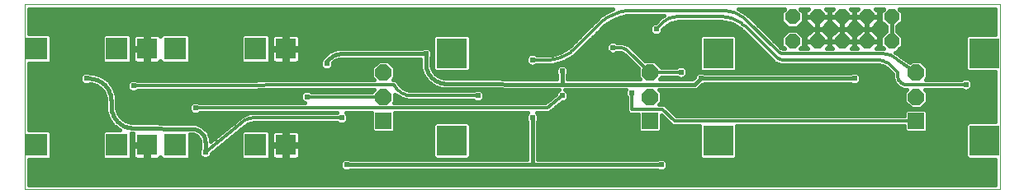
<source format=gbl>
G75*
%MOIN*%
%OFA0B0*%
%FSLAX24Y24*%
%IPPOS*%
%LPD*%
%AMOC8*
5,1,8,0,0,1.08239X$1,22.5*
%
%ADD10C,0.0000*%
%ADD11R,0.0660X0.0660*%
%ADD12OC8,0.0660*%
%ADD13R,0.1227X0.1227*%
%ADD14R,0.0915X0.0915*%
%ADD15R,0.0797X0.0797*%
%ADD16OC8,0.0600*%
%ADD17C,0.0160*%
%ADD18C,0.0240*%
%ADD19C,0.0120*%
D10*
X001160Y002930D02*
X001160Y010430D01*
X040530Y010430D01*
X040530Y002930D01*
X001160Y002930D01*
D11*
X015654Y005696D03*
X026404Y005696D03*
X037154Y005696D03*
D12*
X037154Y006680D03*
X037154Y007664D03*
X026404Y007664D03*
X026404Y006680D03*
X015654Y006680D03*
X015654Y007664D03*
D13*
X018410Y008452D03*
X029160Y008452D03*
X039910Y008452D03*
X039910Y004908D03*
X029160Y004908D03*
X018410Y004908D03*
D14*
X010491Y004730D03*
X007254Y004730D03*
X004891Y004730D03*
X001654Y004730D03*
X001654Y008630D03*
X004891Y008630D03*
X007254Y008630D03*
X010491Y008630D03*
D15*
X011711Y008630D03*
X006111Y008630D03*
X006111Y004730D03*
X011711Y004730D03*
D16*
X032160Y008930D03*
X033160Y008930D03*
X034160Y008930D03*
X035160Y008930D03*
X036160Y008930D03*
X036160Y009930D03*
X035160Y009930D03*
X034160Y009930D03*
X033160Y009930D03*
X032160Y009930D03*
D17*
X032462Y010250D02*
X032600Y010112D01*
X032600Y009748D01*
X032342Y009490D01*
X031978Y009490D01*
X031720Y009748D01*
X031720Y010112D01*
X031858Y010250D01*
X029976Y010250D01*
X030324Y010049D01*
X030324Y010049D01*
X030478Y009894D01*
X030478Y009894D01*
X030532Y009841D01*
X031579Y008794D01*
X031596Y008777D01*
X031638Y008735D01*
X031692Y008691D01*
X031822Y008637D01*
X031832Y008636D01*
X031720Y008748D01*
X031720Y009112D01*
X031978Y009370D01*
X032342Y009370D01*
X032600Y009112D01*
X032600Y008748D01*
X032482Y008630D01*
X032781Y008630D01*
X032680Y008731D01*
X032680Y008910D01*
X033140Y008910D01*
X033140Y008950D01*
X033140Y009410D01*
X032961Y009410D01*
X032680Y009129D01*
X032680Y008950D01*
X033140Y008950D01*
X033180Y008950D01*
X033180Y009410D01*
X033359Y009410D01*
X033640Y009129D01*
X033640Y008950D01*
X033180Y008950D01*
X033180Y008910D01*
X033640Y008910D01*
X033640Y008731D01*
X033539Y008630D01*
X033781Y008630D01*
X033680Y008731D01*
X033680Y008910D01*
X034140Y008910D01*
X034140Y008950D01*
X034140Y009410D01*
X033961Y009410D01*
X033680Y009129D01*
X033680Y008950D01*
X034140Y008950D01*
X034180Y008950D01*
X034180Y009410D01*
X034359Y009410D01*
X034640Y009129D01*
X034640Y008950D01*
X034180Y008950D01*
X034180Y008910D01*
X034640Y008910D01*
X034640Y008731D01*
X034539Y008630D01*
X034781Y008630D01*
X034680Y008731D01*
X034680Y008910D01*
X035140Y008910D01*
X035140Y008950D01*
X035140Y009410D01*
X034961Y009410D01*
X034680Y009129D01*
X034680Y008950D01*
X035140Y008950D01*
X035180Y008950D01*
X035180Y009410D01*
X035359Y009410D01*
X035640Y009129D01*
X035640Y008950D01*
X035180Y008950D01*
X035180Y008910D01*
X035640Y008910D01*
X035640Y008731D01*
X035539Y008630D01*
X035838Y008630D01*
X035720Y008748D01*
X035720Y009112D01*
X035940Y009332D01*
X035940Y009528D01*
X035720Y009748D01*
X035720Y010112D01*
X035858Y010250D01*
X035519Y010250D01*
X035640Y010129D01*
X035640Y009950D01*
X035180Y009950D01*
X035180Y009910D01*
X035640Y009910D01*
X035640Y009731D01*
X035359Y009450D01*
X035180Y009450D01*
X035180Y009910D01*
X035140Y009910D01*
X035140Y009450D01*
X034961Y009450D01*
X034680Y009731D01*
X034680Y009910D01*
X035140Y009910D01*
X035140Y009950D01*
X034680Y009950D01*
X034680Y010129D01*
X034801Y010250D01*
X034519Y010250D01*
X034640Y010129D01*
X034640Y009950D01*
X034180Y009950D01*
X034180Y009910D01*
X034640Y009910D01*
X034640Y009731D01*
X034359Y009450D01*
X034180Y009450D01*
X034180Y009910D01*
X034140Y009910D01*
X034140Y009450D01*
X033961Y009450D01*
X033680Y009731D01*
X033680Y009910D01*
X034140Y009910D01*
X034140Y009950D01*
X033680Y009950D01*
X033680Y010129D01*
X033801Y010250D01*
X033519Y010250D01*
X033640Y010129D01*
X033640Y009950D01*
X033180Y009950D01*
X033180Y009910D01*
X033640Y009910D01*
X033640Y009731D01*
X033359Y009450D01*
X033180Y009450D01*
X033180Y009910D01*
X033140Y009910D01*
X033140Y009450D01*
X032961Y009450D01*
X032680Y009731D01*
X032680Y009910D01*
X033140Y009910D01*
X033140Y009950D01*
X032680Y009950D01*
X032680Y010129D01*
X032801Y010250D01*
X032462Y010250D01*
X032491Y010221D02*
X032772Y010221D01*
X032680Y010063D02*
X032600Y010063D01*
X032600Y009904D02*
X032680Y009904D01*
X033140Y009904D02*
X033180Y009904D01*
X033640Y009904D02*
X033680Y009904D01*
X033680Y010063D02*
X033640Y010063D01*
X033548Y010221D02*
X033772Y010221D01*
X034140Y009904D02*
X034180Y009904D01*
X034640Y009904D02*
X034680Y009904D01*
X034680Y010063D02*
X034640Y010063D01*
X034548Y010221D02*
X034772Y010221D01*
X035140Y009904D02*
X035180Y009904D01*
X035640Y009904D02*
X035720Y009904D01*
X035720Y010063D02*
X035640Y010063D01*
X035548Y010221D02*
X035829Y010221D01*
X036160Y009930D02*
X036160Y008930D01*
X036600Y008953D02*
X039157Y008953D01*
X039157Y008795D02*
X036600Y008795D01*
X036600Y008748D02*
X036600Y009112D01*
X036380Y009332D01*
X036380Y009528D01*
X036600Y009748D01*
X036600Y010112D01*
X036462Y010250D01*
X040350Y010250D01*
X040350Y009205D01*
X039239Y009205D01*
X039157Y009123D01*
X039157Y007780D01*
X039239Y007698D01*
X040350Y007698D01*
X040350Y005662D01*
X039239Y005662D01*
X039157Y005580D01*
X039157Y004237D01*
X039239Y004155D01*
X040350Y004155D01*
X040350Y003110D01*
X001340Y003110D01*
X001340Y004132D01*
X002170Y004132D01*
X002252Y004214D01*
X002252Y005246D01*
X002170Y005328D01*
X001340Y005328D01*
X001340Y008032D01*
X002170Y008032D01*
X002252Y008114D01*
X002252Y009146D01*
X002170Y009228D01*
X001340Y009228D01*
X001340Y010250D01*
X024913Y010250D01*
X024884Y010242D01*
X024424Y009976D01*
X024424Y009976D01*
X024236Y009788D01*
X024236Y009788D01*
X024177Y009730D01*
X024177Y009730D01*
X023289Y008842D01*
X023232Y008785D01*
X023232Y008785D01*
X023096Y008665D01*
X022784Y008485D01*
X022435Y008392D01*
X022255Y008380D01*
X021828Y008380D01*
X021807Y008400D01*
X021712Y008440D01*
X021608Y008440D01*
X021513Y008400D01*
X021440Y008327D01*
X021400Y008232D01*
X021400Y008128D01*
X021440Y008033D01*
X021513Y007960D01*
X021608Y007920D01*
X021712Y007920D01*
X021807Y007960D01*
X021828Y007980D01*
X022490Y007980D01*
X022943Y008101D01*
X023349Y008336D01*
X023515Y008502D01*
X023572Y008559D01*
X024460Y009447D01*
X024518Y009506D01*
X024678Y009645D01*
X025044Y009857D01*
X025452Y009966D01*
X025664Y009980D01*
X026978Y009980D01*
X026857Y009910D01*
X026755Y009807D01*
X026696Y009749D01*
X026696Y009749D01*
X026637Y009690D01*
X026608Y009690D01*
X026513Y009650D01*
X026440Y009577D01*
X026400Y009482D01*
X026400Y009378D01*
X026440Y009283D01*
X026513Y009210D01*
X026608Y009170D01*
X026712Y009170D01*
X026807Y009210D01*
X026880Y009283D01*
X026920Y009378D01*
X026920Y009407D01*
X026979Y009466D01*
X027037Y009525D01*
X027106Y009585D01*
X027265Y009677D01*
X027442Y009724D01*
X027533Y009730D01*
X029289Y009730D01*
X029443Y009720D01*
X029740Y009640D01*
X030007Y009486D01*
X030123Y009385D01*
X030176Y009331D01*
X031263Y008244D01*
X031278Y008229D01*
X031380Y008127D01*
X031420Y008087D01*
X031420Y008087D01*
X031678Y007980D01*
X035537Y007980D01*
X035628Y007974D01*
X035805Y007927D01*
X035964Y007835D01*
X036033Y007775D01*
X036210Y007597D01*
X036210Y007423D01*
X036294Y007220D01*
X036450Y007064D01*
X036653Y006980D01*
X036789Y006980D01*
X036684Y006875D01*
X036684Y006485D01*
X036959Y006210D01*
X037349Y006210D01*
X037624Y006485D01*
X037624Y006875D01*
X037519Y006980D01*
X038992Y006980D01*
X039013Y006960D01*
X039108Y006920D01*
X039212Y006920D01*
X039307Y006960D01*
X039380Y007033D01*
X039420Y007128D01*
X039420Y007232D01*
X039380Y007327D01*
X039307Y007400D01*
X039212Y007440D01*
X039108Y007440D01*
X039013Y007400D01*
X038992Y007380D01*
X037535Y007380D01*
X037624Y007470D01*
X037624Y007859D01*
X037349Y008134D01*
X036959Y008134D01*
X036903Y008078D01*
X036545Y008322D01*
X036456Y008411D01*
X036319Y008490D01*
X036342Y008490D01*
X036600Y008748D01*
X036488Y008636D02*
X039157Y008636D01*
X039157Y008478D02*
X036340Y008478D01*
X036456Y008411D02*
X036456Y008411D01*
X036549Y008319D02*
X039157Y008319D01*
X039157Y008161D02*
X036781Y008161D01*
X037481Y008002D02*
X039157Y008002D01*
X039157Y007844D02*
X037624Y007844D01*
X037624Y007685D02*
X040350Y007685D01*
X040350Y007527D02*
X037624Y007527D01*
X036482Y007051D02*
X028392Y007051D01*
X028362Y007021D02*
X028511Y007170D01*
X028512Y007170D01*
X028607Y007210D01*
X028608Y007210D01*
X034512Y007210D01*
X034513Y007210D01*
X034608Y007170D01*
X034712Y007170D01*
X034807Y007210D01*
X034880Y007283D01*
X034920Y007378D01*
X034920Y007482D01*
X034880Y007577D01*
X034807Y007650D01*
X034712Y007690D01*
X034608Y007690D01*
X034513Y007650D01*
X034512Y007650D01*
X028608Y007650D01*
X028607Y007650D01*
X028512Y007690D01*
X028408Y007690D01*
X028313Y007650D01*
X028240Y007577D01*
X028200Y007482D01*
X028200Y007481D01*
X028119Y007400D01*
X026804Y007400D01*
X026869Y007464D01*
X027508Y007464D01*
X027513Y007460D01*
X027608Y007420D01*
X027712Y007420D01*
X027807Y007460D01*
X027880Y007533D01*
X027920Y007628D01*
X027920Y007732D01*
X027880Y007827D01*
X027807Y007900D01*
X027712Y007940D01*
X027608Y007940D01*
X027513Y007900D01*
X027477Y007864D01*
X026869Y007864D01*
X026599Y008134D01*
X026217Y008134D01*
X025632Y008719D01*
X025585Y008766D01*
X025310Y008880D01*
X025078Y008880D01*
X025057Y008900D01*
X024962Y008940D01*
X024858Y008940D01*
X024763Y008900D01*
X024690Y008827D01*
X024650Y008732D01*
X024650Y008628D01*
X024690Y008533D01*
X024763Y008460D01*
X024858Y008420D01*
X024962Y008420D01*
X025057Y008460D01*
X025078Y008480D01*
X025161Y008480D01*
X025229Y008473D01*
X025355Y008421D01*
X025408Y008378D01*
X025934Y007851D01*
X025934Y007470D01*
X026004Y007400D01*
X023080Y007400D01*
X023080Y007583D01*
X023120Y007678D01*
X023120Y007782D01*
X023080Y007877D01*
X023007Y007950D01*
X022912Y007990D01*
X022808Y007990D01*
X022713Y007950D01*
X022640Y007877D01*
X022600Y007782D01*
X022600Y007678D01*
X022640Y007583D01*
X022640Y007582D01*
X022640Y007402D01*
X018179Y007442D01*
X018085Y007451D01*
X017907Y007510D01*
X017755Y007622D01*
X017645Y007774D01*
X017587Y007953D01*
X017580Y008047D01*
X017580Y008282D01*
X017580Y008283D01*
X017620Y008378D01*
X017620Y008482D01*
X017580Y008577D01*
X017507Y008650D01*
X017412Y008690D01*
X017308Y008690D01*
X017213Y008650D01*
X017212Y008650D01*
X013768Y008650D01*
X013428Y008509D01*
X013428Y008509D01*
X013362Y008443D01*
X013362Y008443D01*
X013237Y008318D01*
X013233Y008314D01*
X013140Y008221D01*
X013140Y008178D01*
X013140Y008177D01*
X013100Y008082D01*
X013100Y007978D01*
X013140Y007883D01*
X013213Y007810D01*
X013308Y007770D01*
X013412Y007770D01*
X013507Y007810D01*
X013580Y007883D01*
X013620Y007978D01*
X013620Y008077D01*
X013682Y008128D01*
X013858Y008201D01*
X013953Y008210D01*
X017140Y008210D01*
X017140Y007883D01*
X017241Y007570D01*
X017241Y007570D01*
X017433Y007303D01*
X017433Y007303D01*
X017433Y007303D01*
X017698Y007108D01*
X017698Y007108D01*
X018011Y007004D01*
X018084Y007003D01*
X018262Y007002D01*
X018266Y007002D01*
X022737Y006961D01*
X022713Y006950D01*
X022640Y006877D01*
X022600Y006782D01*
X022600Y006774D01*
X022188Y006430D01*
X016069Y006430D01*
X016124Y006485D01*
X016124Y006783D01*
X016171Y006736D01*
X016406Y006600D01*
X016669Y006530D01*
X019292Y006530D01*
X019313Y006510D01*
X019408Y006470D01*
X019512Y006470D01*
X019607Y006510D01*
X019680Y006583D01*
X019720Y006678D01*
X019720Y006782D01*
X019680Y006877D01*
X019607Y006950D01*
X019512Y006990D01*
X019408Y006990D01*
X019313Y006950D01*
X019292Y006930D01*
X016805Y006930D01*
X016722Y006935D01*
X016563Y006978D01*
X016420Y007061D01*
X016365Y007109D01*
X016260Y007248D01*
X016260Y007264D01*
X016211Y007312D01*
X016169Y007367D01*
X016153Y007369D01*
X016142Y007380D01*
X016073Y007380D01*
X016039Y007385D01*
X016124Y007470D01*
X016124Y007859D01*
X015849Y008134D01*
X015459Y008134D01*
X015184Y007859D01*
X015184Y007470D01*
X015277Y007376D01*
X005727Y007331D01*
X005707Y007350D01*
X005612Y007390D01*
X005508Y007390D01*
X005413Y007350D01*
X005340Y007277D01*
X005300Y007182D01*
X005300Y007078D01*
X005340Y006983D01*
X005413Y006910D01*
X005508Y006870D01*
X005612Y006870D01*
X005707Y006910D01*
X005728Y006931D01*
X015286Y006976D01*
X015189Y006880D01*
X012728Y006880D01*
X012707Y006900D01*
X012612Y006940D01*
X012508Y006940D01*
X012413Y006900D01*
X012340Y006827D01*
X012300Y006732D01*
X012300Y006628D01*
X012340Y006533D01*
X012413Y006460D01*
X012484Y006430D01*
X008228Y006430D01*
X008207Y006450D01*
X008112Y006490D01*
X008008Y006490D01*
X007913Y006450D01*
X007840Y006377D01*
X007800Y006282D01*
X007800Y006178D01*
X007840Y006083D01*
X007913Y006010D01*
X008008Y005970D01*
X008112Y005970D01*
X008207Y006010D01*
X008228Y006030D01*
X013792Y006030D01*
X010254Y006030D01*
X009960Y005925D01*
X009904Y005878D01*
X008680Y004870D01*
X008680Y004937D01*
X008680Y004937D01*
X008680Y004996D01*
X008566Y005274D01*
X008355Y005487D01*
X008079Y005605D01*
X008020Y005606D01*
X007910Y005607D01*
X007838Y005608D01*
X005642Y005637D01*
X005552Y005638D01*
X005447Y005648D01*
X005246Y005715D01*
X005076Y005841D01*
X004953Y006013D01*
X004888Y006214D01*
X004880Y006320D01*
X004880Y006706D01*
X004770Y007044D01*
X004561Y007331D01*
X004274Y007540D01*
X003936Y007650D01*
X003808Y007650D01*
X003807Y007650D01*
X003712Y007690D01*
X003608Y007690D01*
X003513Y007650D01*
X003440Y007577D01*
X003400Y007482D01*
X003400Y007378D01*
X003440Y007283D01*
X003513Y007210D01*
X003608Y007170D01*
X003712Y007170D01*
X003800Y007207D01*
X003865Y007202D01*
X004068Y007136D01*
X004240Y007010D01*
X004366Y006838D01*
X004432Y006635D01*
X004440Y006529D01*
X004440Y006144D01*
X004548Y005808D01*
X004753Y005522D01*
X004753Y005522D01*
X004753Y005522D01*
X005017Y005328D01*
X004375Y005328D01*
X004293Y005246D01*
X004293Y004214D01*
X004375Y004132D01*
X005406Y004132D01*
X005488Y004214D01*
X005488Y005199D01*
X005545Y005198D01*
X005533Y005152D01*
X005533Y004783D01*
X006058Y004783D01*
X006058Y004677D01*
X005533Y004677D01*
X005533Y004308D01*
X005545Y004262D01*
X005569Y004221D01*
X005602Y004187D01*
X005643Y004164D01*
X005689Y004151D01*
X006058Y004151D01*
X006058Y004677D01*
X006164Y004677D01*
X006164Y004151D01*
X006534Y004151D01*
X006579Y004164D01*
X006620Y004187D01*
X006654Y004221D01*
X006657Y004226D01*
X006657Y004214D01*
X006739Y004132D01*
X007770Y004132D01*
X007852Y004214D01*
X007852Y005168D01*
X007923Y005167D01*
X007985Y005160D01*
X008100Y005112D01*
X008187Y005023D01*
X008234Y004908D01*
X008240Y004846D01*
X008240Y004578D01*
X008240Y004577D01*
X008200Y004482D01*
X008200Y004378D01*
X008240Y004283D01*
X008313Y004210D01*
X008408Y004170D01*
X008512Y004170D01*
X008607Y004210D01*
X008680Y004283D01*
X008720Y004378D01*
X008720Y004385D01*
X010030Y005464D01*
X010030Y005464D01*
X010094Y005517D01*
X010165Y005565D01*
X010325Y005623D01*
X010410Y005630D01*
X013792Y005630D01*
X013813Y005610D01*
X013908Y005570D01*
X014012Y005570D01*
X014107Y005610D01*
X014180Y005683D01*
X014220Y005778D01*
X014220Y005882D01*
X014180Y005977D01*
X014128Y006030D01*
X015184Y006030D01*
X015184Y005308D01*
X015266Y005226D01*
X016042Y005226D01*
X016124Y005308D01*
X016124Y006030D01*
X021492Y006030D01*
X021440Y005977D01*
X021400Y005882D01*
X021400Y005778D01*
X021440Y005683D01*
X021440Y005682D01*
X021440Y004150D01*
X014308Y004150D01*
X014307Y004150D01*
X014212Y004190D01*
X014108Y004190D01*
X014013Y004150D01*
X013940Y004077D01*
X013900Y003982D01*
X013900Y003878D01*
X013940Y003783D01*
X014013Y003710D01*
X014108Y003670D01*
X014212Y003670D01*
X014307Y003710D01*
X014308Y003710D01*
X026712Y003710D01*
X026713Y003710D01*
X026808Y003670D01*
X026912Y003670D01*
X027007Y003710D01*
X027080Y003783D01*
X027120Y003878D01*
X027120Y003982D01*
X027080Y004077D01*
X027007Y004150D01*
X026912Y004190D01*
X026808Y004190D01*
X026713Y004150D01*
X026712Y004150D01*
X021880Y004150D01*
X021880Y005682D01*
X021880Y005683D01*
X021920Y005778D01*
X021920Y005882D01*
X021880Y005977D01*
X021828Y006030D01*
X022251Y006030D01*
X022324Y006023D01*
X022332Y006030D01*
X022343Y006030D01*
X022395Y006082D01*
X022860Y006470D01*
X022912Y006470D01*
X023007Y006510D01*
X023080Y006583D01*
X023120Y006678D01*
X023120Y006782D01*
X023080Y006877D01*
X023007Y006950D01*
X022985Y006960D01*
X025432Y006960D01*
X025400Y006882D01*
X025400Y006778D01*
X025440Y006683D01*
X025460Y006662D01*
X025460Y006097D01*
X025577Y005980D01*
X025934Y005980D01*
X025934Y005308D01*
X026016Y005226D01*
X026792Y005226D01*
X026874Y005308D01*
X026874Y005933D01*
X027194Y005613D01*
X027311Y005496D01*
X028407Y005496D01*
X028407Y004237D01*
X028489Y004155D01*
X029831Y004155D01*
X029913Y004237D01*
X029913Y005496D01*
X036684Y005496D01*
X036684Y005308D01*
X036766Y005226D01*
X037542Y005226D01*
X037624Y005308D01*
X037624Y006084D01*
X037542Y006166D01*
X036766Y006166D01*
X036684Y006084D01*
X036684Y005896D01*
X027477Y005896D01*
X027110Y006263D01*
X026993Y006380D01*
X026769Y006380D01*
X026874Y006485D01*
X026874Y006875D01*
X026789Y006960D01*
X028215Y006960D01*
X028301Y006960D01*
X028301Y006960D01*
X028301Y006960D01*
X028362Y007021D01*
X028210Y007180D02*
X028460Y007430D01*
X034660Y007430D01*
X034901Y007527D02*
X036210Y007527D01*
X036210Y007423D02*
X036210Y007423D01*
X036233Y007368D02*
X034916Y007368D01*
X034807Y007210D02*
X036305Y007210D01*
X036450Y007064D02*
X036450Y007064D01*
X036702Y006893D02*
X026856Y006893D01*
X026874Y006734D02*
X036684Y006734D01*
X036684Y006576D02*
X026874Y006576D01*
X026806Y006417D02*
X036752Y006417D01*
X036911Y006259D02*
X027114Y006259D01*
X027110Y006263D02*
X027110Y006263D01*
X027273Y006100D02*
X036700Y006100D01*
X036684Y005942D02*
X027431Y005942D01*
X027024Y005783D02*
X026874Y005783D01*
X026874Y005625D02*
X027183Y005625D01*
X027194Y005613D02*
X027194Y005613D01*
X026874Y005466D02*
X028407Y005466D01*
X028407Y005308D02*
X026874Y005308D01*
X025934Y005308D02*
X021880Y005308D01*
X021880Y005149D02*
X028407Y005149D01*
X028407Y004991D02*
X021880Y004991D01*
X021880Y004832D02*
X028407Y004832D01*
X028407Y004674D02*
X021880Y004674D01*
X021880Y004515D02*
X028407Y004515D01*
X028407Y004357D02*
X021880Y004357D01*
X021440Y004357D02*
X019163Y004357D01*
X019163Y004237D02*
X019163Y005580D01*
X019081Y005662D01*
X017739Y005662D01*
X017657Y005580D01*
X017657Y004237D01*
X017739Y004155D01*
X019081Y004155D01*
X019163Y004237D01*
X019124Y004198D02*
X021440Y004198D01*
X021880Y004198D02*
X028446Y004198D01*
X027096Y004040D02*
X040350Y004040D01*
X040350Y003881D02*
X027120Y003881D01*
X027020Y003723D02*
X040350Y003723D01*
X040350Y003564D02*
X001340Y003564D01*
X001340Y003406D02*
X040350Y003406D01*
X040350Y003247D02*
X001340Y003247D01*
X001340Y003723D02*
X014000Y003723D01*
X013900Y003881D02*
X001340Y003881D01*
X001340Y004040D02*
X013924Y004040D01*
X014160Y003930D02*
X021660Y003930D01*
X021660Y005830D01*
X021425Y005942D02*
X016124Y005942D01*
X016124Y005783D02*
X021400Y005783D01*
X021440Y005625D02*
X019119Y005625D01*
X019163Y005466D02*
X021440Y005466D01*
X021880Y005466D02*
X025934Y005466D01*
X025934Y005625D02*
X021880Y005625D01*
X021920Y005783D02*
X025934Y005783D01*
X025934Y005942D02*
X021895Y005942D01*
X022416Y006100D02*
X025460Y006100D01*
X025460Y006259D02*
X022607Y006259D01*
X022797Y006417D02*
X025460Y006417D01*
X025460Y006576D02*
X023073Y006576D01*
X023120Y006734D02*
X025418Y006734D01*
X025404Y006893D02*
X023065Y006893D01*
X022655Y006893D02*
X019665Y006893D01*
X019720Y006734D02*
X022552Y006734D01*
X022362Y006576D02*
X019673Y006576D01*
X018084Y007003D02*
X018084Y007003D01*
X018011Y007004D02*
X018011Y007004D01*
X017870Y007051D02*
X016437Y007051D01*
X016289Y007210D02*
X017560Y007210D01*
X017386Y007368D02*
X016161Y007368D01*
X016124Y007527D02*
X017272Y007527D01*
X017204Y007685D02*
X016124Y007685D01*
X016124Y007844D02*
X017153Y007844D01*
X017140Y008002D02*
X015981Y008002D01*
X015327Y008002D02*
X013620Y008002D01*
X013541Y007844D02*
X015184Y007844D01*
X015184Y007685D02*
X003724Y007685D01*
X003596Y007685D02*
X001340Y007685D01*
X001340Y007844D02*
X013179Y007844D01*
X013100Y008002D02*
X001340Y008002D01*
X002252Y008161D02*
X004293Y008161D01*
X004293Y008114D02*
X004375Y008032D01*
X005406Y008032D01*
X005488Y008114D01*
X005488Y009146D01*
X005406Y009228D01*
X004375Y009228D01*
X004293Y009146D01*
X004293Y008114D01*
X004293Y008319D02*
X002252Y008319D01*
X002252Y008478D02*
X004293Y008478D01*
X004293Y008636D02*
X002252Y008636D01*
X002252Y008795D02*
X004293Y008795D01*
X004293Y008953D02*
X002252Y008953D01*
X002252Y009112D02*
X004293Y009112D01*
X005488Y009112D02*
X005553Y009112D01*
X005545Y009098D02*
X005533Y009052D01*
X005533Y008683D01*
X006058Y008683D01*
X006058Y008577D01*
X005533Y008577D01*
X005533Y008208D01*
X005545Y008162D01*
X005569Y008121D01*
X005602Y008087D01*
X005643Y008064D01*
X005689Y008051D01*
X006058Y008051D01*
X006058Y008577D01*
X006164Y008577D01*
X006164Y008051D01*
X006534Y008051D01*
X006579Y008064D01*
X006620Y008087D01*
X006654Y008121D01*
X006657Y008126D01*
X006657Y008114D01*
X006739Y008032D01*
X007770Y008032D01*
X007852Y008114D01*
X007852Y009146D01*
X007770Y009228D01*
X006739Y009228D01*
X006657Y009146D01*
X006657Y009134D01*
X006654Y009139D01*
X006620Y009173D01*
X006579Y009196D01*
X006534Y009209D01*
X006164Y009209D01*
X006164Y008683D01*
X006058Y008683D01*
X006058Y009209D01*
X005689Y009209D01*
X005643Y009196D01*
X005602Y009173D01*
X005569Y009139D01*
X005545Y009098D01*
X005533Y008953D02*
X005488Y008953D01*
X005488Y008795D02*
X005533Y008795D01*
X006058Y008795D02*
X006164Y008795D01*
X006164Y008953D02*
X006058Y008953D01*
X006058Y009112D02*
X006164Y009112D01*
X006058Y008636D02*
X005488Y008636D01*
X005488Y008478D02*
X005533Y008478D01*
X005533Y008319D02*
X005488Y008319D01*
X005488Y008161D02*
X005546Y008161D01*
X006058Y008161D02*
X006164Y008161D01*
X006164Y008319D02*
X006058Y008319D01*
X006058Y008478D02*
X006164Y008478D01*
X007852Y008478D02*
X009893Y008478D01*
X009893Y008636D02*
X007852Y008636D01*
X007852Y008795D02*
X009893Y008795D01*
X009893Y008953D02*
X007852Y008953D01*
X007852Y009112D02*
X009893Y009112D01*
X009893Y009146D02*
X009893Y008114D01*
X009975Y008032D01*
X011006Y008032D01*
X011088Y008114D01*
X011088Y009146D01*
X011006Y009228D01*
X009975Y009228D01*
X009893Y009146D01*
X011088Y009112D02*
X011153Y009112D01*
X011145Y009098D02*
X011133Y009052D01*
X011133Y008683D01*
X011658Y008683D01*
X011658Y008577D01*
X011133Y008577D01*
X011133Y008208D01*
X011145Y008162D01*
X011169Y008121D01*
X011202Y008087D01*
X011243Y008064D01*
X011289Y008051D01*
X011658Y008051D01*
X011658Y008577D01*
X011764Y008577D01*
X011764Y008051D01*
X012134Y008051D01*
X012179Y008064D01*
X012220Y008087D01*
X012254Y008121D01*
X012278Y008162D01*
X012290Y008208D01*
X012290Y008577D01*
X011764Y008577D01*
X011764Y008683D01*
X011658Y008683D01*
X011658Y009209D01*
X011289Y009209D01*
X011243Y009196D01*
X011202Y009173D01*
X011169Y009139D01*
X011145Y009098D01*
X011133Y008953D02*
X011088Y008953D01*
X011088Y008795D02*
X011133Y008795D01*
X011658Y008795D02*
X011764Y008795D01*
X011764Y008683D02*
X011764Y009209D01*
X012134Y009209D01*
X012179Y009196D01*
X012220Y009173D01*
X012254Y009139D01*
X012278Y009098D01*
X012290Y009052D01*
X012290Y008683D01*
X011764Y008683D01*
X011764Y008636D02*
X013735Y008636D01*
X013953Y008430D02*
X017360Y008430D01*
X017360Y008047D01*
X017584Y008002D02*
X017657Y008002D01*
X017657Y007844D02*
X017623Y007844D01*
X017657Y007780D02*
X017739Y007698D01*
X019081Y007698D01*
X019163Y007780D01*
X019163Y009123D01*
X019081Y009205D01*
X017739Y009205D01*
X017657Y009123D01*
X017657Y007780D01*
X017709Y007685D02*
X022600Y007685D01*
X022626Y007844D02*
X019163Y007844D01*
X019163Y008002D02*
X021470Y008002D01*
X021400Y008161D02*
X019163Y008161D01*
X019163Y008319D02*
X021436Y008319D01*
X022572Y008002D02*
X025783Y008002D01*
X025934Y007844D02*
X023094Y007844D01*
X023120Y007685D02*
X025934Y007685D01*
X025934Y007527D02*
X023080Y007527D01*
X022640Y007527D02*
X017884Y007527D01*
X018177Y007223D02*
X022860Y007180D01*
X022860Y007730D01*
X022943Y008101D02*
X022943Y008101D01*
X023045Y008161D02*
X025625Y008161D01*
X025466Y008319D02*
X023320Y008319D01*
X023349Y008336D02*
X023349Y008336D01*
X023490Y008478D02*
X024745Y008478D01*
X024650Y008636D02*
X023649Y008636D01*
X023515Y008502D02*
X023515Y008502D01*
X023045Y008636D02*
X019163Y008636D01*
X019163Y008478D02*
X022755Y008478D01*
X023242Y008795D02*
X019163Y008795D01*
X019163Y008953D02*
X023400Y008953D01*
X023559Y009112D02*
X019163Y009112D01*
X017657Y009112D02*
X012270Y009112D01*
X012290Y008953D02*
X017657Y008953D01*
X017657Y008795D02*
X012290Y008795D01*
X011764Y008953D02*
X011658Y008953D01*
X011658Y009112D02*
X011764Y009112D01*
X011658Y008636D02*
X011088Y008636D01*
X011088Y008478D02*
X011133Y008478D01*
X011133Y008319D02*
X011088Y008319D01*
X011088Y008161D02*
X011146Y008161D01*
X011658Y008161D02*
X011764Y008161D01*
X011764Y008319D02*
X011658Y008319D01*
X011658Y008478D02*
X011764Y008478D01*
X012290Y008478D02*
X013396Y008478D01*
X013238Y008319D02*
X012290Y008319D01*
X012277Y008161D02*
X013133Y008161D01*
X013360Y008130D02*
X013453Y008223D01*
X013761Y008161D02*
X017140Y008161D01*
X017580Y008161D02*
X017657Y008161D01*
X017657Y008319D02*
X017595Y008319D01*
X017620Y008478D02*
X017657Y008478D01*
X017657Y008636D02*
X017522Y008636D01*
X017360Y008047D02*
X017362Y007991D01*
X017368Y007935D01*
X017377Y007880D01*
X017390Y007826D01*
X017407Y007772D01*
X017428Y007720D01*
X017451Y007669D01*
X017479Y007621D01*
X017509Y007574D01*
X017543Y007529D01*
X017580Y007487D01*
X017619Y007447D01*
X017661Y007410D01*
X017705Y007376D01*
X017752Y007345D01*
X017801Y007317D01*
X017851Y007293D01*
X017903Y007272D01*
X017956Y007254D01*
X018011Y007241D01*
X018066Y007231D01*
X018121Y007224D01*
X018177Y007222D01*
X016175Y006734D02*
X016124Y006734D01*
X016171Y006736D02*
X016171Y006736D01*
X016124Y006576D02*
X016499Y006576D01*
X016406Y006600D02*
X016406Y006600D01*
X015202Y006893D02*
X012715Y006893D01*
X012405Y006893D02*
X005666Y006893D01*
X005454Y006893D02*
X004819Y006893D01*
X004770Y007044D02*
X004770Y007044D01*
X004765Y007051D02*
X005311Y007051D01*
X005312Y007210D02*
X004650Y007210D01*
X004561Y007331D02*
X004561Y007331D01*
X004561Y007331D01*
X004511Y007368D02*
X005455Y007368D01*
X005665Y007368D02*
X013541Y007368D01*
X013453Y008223D02*
X013490Y008257D01*
X013529Y008289D01*
X013571Y008318D01*
X013614Y008344D01*
X013659Y008366D01*
X013706Y008385D01*
X013754Y008401D01*
X013803Y008414D01*
X013852Y008423D01*
X013903Y008428D01*
X013953Y008430D01*
X015184Y007527D02*
X004293Y007527D01*
X004274Y007540D02*
X004274Y007540D01*
X003759Y007430D02*
X003660Y007430D01*
X003419Y007527D02*
X001340Y007527D01*
X001340Y007368D02*
X003404Y007368D01*
X003513Y007210D02*
X001340Y007210D01*
X001340Y007051D02*
X004185Y007051D01*
X004326Y006893D02*
X001340Y006893D01*
X001340Y006734D02*
X004400Y006734D01*
X004436Y006576D02*
X001340Y006576D01*
X001340Y006417D02*
X004440Y006417D01*
X004440Y006259D02*
X001340Y006259D01*
X001340Y006100D02*
X004454Y006100D01*
X004505Y005942D02*
X001340Y005942D01*
X001340Y005783D02*
X004566Y005783D01*
X004548Y005808D02*
X004548Y005808D01*
X004680Y005625D02*
X001340Y005625D01*
X001340Y005466D02*
X004830Y005466D01*
X005550Y005418D02*
X007926Y005387D01*
X008355Y005487D02*
X008355Y005487D01*
X008355Y005487D01*
X008376Y005466D02*
X009403Y005466D01*
X009596Y005625D02*
X006599Y005625D01*
X005545Y005198D02*
X005545Y005198D01*
X005533Y005149D02*
X005488Y005149D01*
X005488Y004991D02*
X005533Y004991D01*
X005533Y004832D02*
X005488Y004832D01*
X005488Y004674D02*
X005533Y004674D01*
X005533Y004515D02*
X005488Y004515D01*
X005488Y004357D02*
X005533Y004357D01*
X006058Y004357D02*
X006164Y004357D01*
X006164Y004515D02*
X006058Y004515D01*
X006058Y004674D02*
X006164Y004674D01*
X006164Y004198D02*
X006058Y004198D01*
X005591Y004198D02*
X005472Y004198D01*
X006631Y004198D02*
X006673Y004198D01*
X007836Y004198D02*
X008341Y004198D01*
X008579Y004198D02*
X009909Y004198D01*
X009893Y004214D02*
X009975Y004132D01*
X011006Y004132D01*
X011088Y004214D01*
X011088Y005246D01*
X011006Y005328D01*
X009975Y005328D01*
X009893Y005246D01*
X009893Y004214D01*
X009893Y004357D02*
X008711Y004357D01*
X008878Y004515D02*
X009893Y004515D01*
X009893Y004674D02*
X009070Y004674D01*
X008240Y004674D02*
X007852Y004674D01*
X007852Y004515D02*
X008214Y004515D01*
X008209Y004357D02*
X007852Y004357D01*
X008460Y004430D02*
X008460Y004846D01*
X008240Y004832D02*
X007852Y004832D01*
X007926Y005387D02*
X007970Y005385D01*
X008014Y005379D01*
X008058Y005369D01*
X008100Y005356D01*
X008141Y005339D01*
X008181Y005319D01*
X008219Y005296D01*
X008255Y005270D01*
X008288Y005241D01*
X008319Y005210D01*
X008348Y005176D01*
X008373Y005140D01*
X008396Y005102D01*
X008415Y005062D01*
X008431Y005020D01*
X008444Y004978D01*
X008453Y004934D01*
X008458Y004890D01*
X008460Y004846D01*
X008680Y004991D02*
X008826Y004991D01*
X009018Y005149D02*
X008617Y005149D01*
X008533Y005308D02*
X009211Y005308D01*
X009648Y005149D02*
X009893Y005149D01*
X009893Y004991D02*
X009455Y004991D01*
X009263Y004832D02*
X009893Y004832D01*
X009840Y005308D02*
X009955Y005308D01*
X010033Y005466D02*
X015184Y005466D01*
X015184Y005625D02*
X014122Y005625D01*
X014220Y005783D02*
X015184Y005783D01*
X015184Y005942D02*
X014195Y005942D01*
X013792Y006030D02*
X013792Y006030D01*
X013798Y005625D02*
X010346Y005625D01*
X009788Y005783D02*
X005155Y005783D01*
X005004Y005942D02*
X010007Y005942D01*
X009960Y005925D02*
X009960Y005925D01*
X009904Y005878D02*
X009904Y005878D01*
X008079Y005605D02*
X008079Y005605D01*
X008020Y005606D02*
X008020Y005606D01*
X007838Y005608D02*
X007838Y005608D01*
X007852Y005149D02*
X008012Y005149D01*
X007852Y004991D02*
X008200Y004991D01*
X011027Y005308D02*
X011285Y005308D01*
X011289Y005309D02*
X011243Y005296D01*
X011202Y005273D01*
X011169Y005239D01*
X011145Y005198D01*
X011133Y005152D01*
X011133Y004783D01*
X011658Y004783D01*
X011658Y004677D01*
X011133Y004677D01*
X011133Y004308D01*
X011145Y004262D01*
X011169Y004221D01*
X011202Y004187D01*
X011243Y004164D01*
X011289Y004151D01*
X011658Y004151D01*
X011658Y004677D01*
X011764Y004677D01*
X011764Y004151D01*
X012134Y004151D01*
X012179Y004164D01*
X012220Y004187D01*
X012254Y004221D01*
X012278Y004262D01*
X012290Y004308D01*
X012290Y004677D01*
X011764Y004677D01*
X011764Y004783D01*
X011658Y004783D01*
X011658Y005309D01*
X011289Y005309D01*
X011133Y005149D02*
X011088Y005149D01*
X011088Y004991D02*
X011133Y004991D01*
X011133Y004832D02*
X011088Y004832D01*
X011658Y004832D02*
X011764Y004832D01*
X011764Y004783D02*
X011764Y005309D01*
X012134Y005309D01*
X012179Y005296D01*
X012220Y005273D01*
X012254Y005239D01*
X012278Y005198D01*
X012290Y005152D01*
X012290Y004783D01*
X011764Y004783D01*
X011764Y004674D02*
X011658Y004674D01*
X011658Y004515D02*
X011764Y004515D01*
X011764Y004357D02*
X011658Y004357D01*
X011133Y004357D02*
X011088Y004357D01*
X011088Y004515D02*
X011133Y004515D01*
X011133Y004674D02*
X011088Y004674D01*
X011658Y004991D02*
X011764Y004991D01*
X011764Y005149D02*
X011658Y005149D01*
X011658Y005308D02*
X011764Y005308D01*
X012138Y005308D02*
X015184Y005308D01*
X016124Y005308D02*
X017657Y005308D01*
X017657Y005149D02*
X012290Y005149D01*
X012290Y004991D02*
X017657Y004991D01*
X017657Y004832D02*
X012290Y004832D01*
X012290Y004674D02*
X017657Y004674D01*
X017657Y004515D02*
X012290Y004515D01*
X012290Y004357D02*
X017657Y004357D01*
X017696Y004198D02*
X012231Y004198D01*
X011764Y004198D02*
X011658Y004198D01*
X011191Y004198D02*
X011072Y004198D01*
X016124Y005466D02*
X017657Y005466D01*
X017701Y005625D02*
X016124Y005625D01*
X019163Y005308D02*
X021440Y005308D01*
X021440Y005149D02*
X019163Y005149D01*
X019163Y004991D02*
X021440Y004991D01*
X021440Y004832D02*
X019163Y004832D01*
X019163Y004674D02*
X021440Y004674D01*
X021440Y004515D02*
X019163Y004515D01*
X021660Y003930D02*
X026860Y003930D01*
X029874Y004198D02*
X039196Y004198D01*
X039157Y004357D02*
X029913Y004357D01*
X029913Y004515D02*
X039157Y004515D01*
X039157Y004674D02*
X029913Y004674D01*
X029913Y004832D02*
X039157Y004832D01*
X039157Y004991D02*
X029913Y004991D01*
X029913Y005149D02*
X039157Y005149D01*
X039157Y005308D02*
X037624Y005308D01*
X037624Y005466D02*
X039157Y005466D01*
X039201Y005625D02*
X037624Y005625D01*
X037624Y005783D02*
X040350Y005783D01*
X040350Y005942D02*
X037624Y005942D01*
X037608Y006100D02*
X040350Y006100D01*
X040350Y006259D02*
X037397Y006259D01*
X037556Y006417D02*
X040350Y006417D01*
X040350Y006576D02*
X037624Y006576D01*
X037624Y006734D02*
X040350Y006734D01*
X040350Y006893D02*
X037606Y006893D01*
X039388Y007051D02*
X040350Y007051D01*
X040350Y007210D02*
X039420Y007210D01*
X039340Y007368D02*
X040350Y007368D01*
X036122Y007685D02*
X034724Y007685D01*
X034596Y007685D02*
X028524Y007685D01*
X028489Y007698D02*
X029831Y007698D01*
X029913Y007780D01*
X029913Y009123D01*
X029831Y009205D01*
X028489Y009205D01*
X028407Y009123D01*
X028407Y007780D01*
X028489Y007698D01*
X028396Y007685D02*
X027920Y007685D01*
X027864Y007844D02*
X028407Y007844D01*
X028407Y008002D02*
X026731Y008002D01*
X026191Y008161D02*
X028407Y008161D01*
X028407Y008319D02*
X026032Y008319D01*
X025874Y008478D02*
X028407Y008478D01*
X028407Y008636D02*
X025715Y008636D01*
X025632Y008719D02*
X025632Y008719D01*
X025585Y008766D02*
X025585Y008766D01*
X025516Y008795D02*
X028407Y008795D01*
X028407Y008953D02*
X023966Y008953D01*
X024124Y009112D02*
X028407Y009112D01*
X026979Y009466D02*
X026979Y009466D01*
X026941Y009429D02*
X030072Y009429D01*
X030237Y009270D02*
X026868Y009270D01*
X026452Y009270D02*
X024283Y009270D01*
X024441Y009429D02*
X026400Y009429D01*
X026449Y009587D02*
X024611Y009587D01*
X024460Y009447D02*
X024460Y009447D01*
X024034Y009587D02*
X001340Y009587D01*
X001340Y009429D02*
X023876Y009429D01*
X023717Y009270D02*
X001340Y009270D01*
X001340Y009746D02*
X024193Y009746D01*
X024351Y009904D02*
X001340Y009904D01*
X001340Y010063D02*
X024573Y010063D01*
X024847Y010221D02*
X001340Y010221D01*
X007852Y008319D02*
X009893Y008319D01*
X009893Y008161D02*
X007852Y008161D01*
X004871Y006734D02*
X012301Y006734D01*
X012322Y006576D02*
X004880Y006576D01*
X004660Y006529D02*
X004660Y006320D01*
X004885Y006259D02*
X007800Y006259D01*
X007832Y006100D02*
X004925Y006100D01*
X004880Y006417D02*
X007879Y006417D01*
X005549Y005419D02*
X005491Y005422D01*
X005433Y005428D01*
X005375Y005438D01*
X005318Y005452D01*
X005263Y005470D01*
X005208Y005491D01*
X005155Y005516D01*
X005104Y005544D01*
X005054Y005575D01*
X005007Y005609D01*
X004962Y005647D01*
X004920Y005687D01*
X004880Y005730D01*
X004843Y005775D01*
X004809Y005823D01*
X004779Y005873D01*
X004751Y005925D01*
X004727Y005978D01*
X004707Y006033D01*
X004690Y006089D01*
X004677Y006146D01*
X004668Y006203D01*
X004662Y006262D01*
X004660Y006320D01*
X004660Y006529D02*
X004658Y006588D01*
X004652Y006647D01*
X004643Y006705D01*
X004629Y006762D01*
X004612Y006819D01*
X004591Y006874D01*
X004567Y006928D01*
X004539Y006980D01*
X004508Y007030D01*
X004474Y007077D01*
X004436Y007123D01*
X004396Y007166D01*
X004353Y007206D01*
X004307Y007244D01*
X004260Y007278D01*
X004210Y007309D01*
X004158Y007337D01*
X004104Y007361D01*
X004049Y007382D01*
X003992Y007399D01*
X003935Y007413D01*
X003877Y007422D01*
X003818Y007428D01*
X003759Y007430D01*
X004355Y005308D02*
X002190Y005308D01*
X002252Y005149D02*
X004293Y005149D01*
X004293Y004991D02*
X002252Y004991D01*
X002252Y004832D02*
X004293Y004832D01*
X004293Y004674D02*
X002252Y004674D01*
X002252Y004515D02*
X004293Y004515D01*
X004293Y004357D02*
X002252Y004357D01*
X002236Y004198D02*
X004309Y004198D01*
X022860Y007180D02*
X028210Y007180D01*
X028607Y007210D02*
X034513Y007210D01*
X035949Y007844D02*
X029913Y007844D01*
X029913Y008002D02*
X031625Y008002D01*
X031347Y008161D02*
X029913Y008161D01*
X029913Y008319D02*
X031188Y008319D01*
X031030Y008478D02*
X029913Y008478D01*
X029913Y008636D02*
X030871Y008636D01*
X030713Y008795D02*
X029913Y008795D01*
X029913Y008953D02*
X030554Y008953D01*
X030396Y009112D02*
X029913Y009112D01*
X031103Y009270D02*
X031878Y009270D01*
X032442Y009270D02*
X032821Y009270D01*
X033140Y009270D02*
X033180Y009270D01*
X033499Y009270D02*
X033821Y009270D01*
X034140Y009270D02*
X034180Y009270D01*
X034499Y009270D02*
X034821Y009270D01*
X035140Y009270D02*
X035180Y009270D01*
X035499Y009270D02*
X035878Y009270D01*
X035940Y009429D02*
X030944Y009429D01*
X030786Y009587D02*
X031881Y009587D01*
X031722Y009746D02*
X030627Y009746D01*
X030469Y009904D02*
X031720Y009904D01*
X031720Y010063D02*
X030300Y010063D01*
X030026Y010221D02*
X031829Y010221D01*
X032598Y009746D02*
X032680Y009746D01*
X032824Y009587D02*
X032439Y009587D01*
X033140Y009587D02*
X033180Y009587D01*
X033180Y009746D02*
X033140Y009746D01*
X033496Y009587D02*
X033824Y009587D01*
X033680Y009746D02*
X033640Y009746D01*
X034140Y009746D02*
X034180Y009746D01*
X034180Y009587D02*
X034140Y009587D01*
X034496Y009587D02*
X034824Y009587D01*
X034680Y009746D02*
X034640Y009746D01*
X035140Y009746D02*
X035180Y009746D01*
X035180Y009587D02*
X035140Y009587D01*
X035496Y009587D02*
X035881Y009587D01*
X035722Y009746D02*
X035640Y009746D01*
X036380Y009429D02*
X040350Y009429D01*
X040350Y009587D02*
X036439Y009587D01*
X036598Y009746D02*
X040350Y009746D01*
X040350Y009904D02*
X036600Y009904D01*
X036600Y010063D02*
X040350Y010063D01*
X040350Y010221D02*
X036491Y010221D01*
X036442Y009270D02*
X040350Y009270D01*
X039157Y009112D02*
X036600Y009112D01*
X035720Y009112D02*
X035640Y009112D01*
X035640Y008953D02*
X035720Y008953D01*
X035720Y008795D02*
X035640Y008795D01*
X035180Y008953D02*
X035140Y008953D01*
X035140Y009112D02*
X035180Y009112D01*
X034680Y009112D02*
X034640Y009112D01*
X034640Y008953D02*
X034680Y008953D01*
X034680Y008795D02*
X034640Y008795D01*
X034180Y008953D02*
X034140Y008953D01*
X034140Y009112D02*
X034180Y009112D01*
X033680Y009112D02*
X033640Y009112D01*
X033640Y008953D02*
X033680Y008953D01*
X033680Y008795D02*
X033640Y008795D01*
X033180Y008953D02*
X033140Y008953D01*
X033140Y009112D02*
X033180Y009112D01*
X032680Y009112D02*
X032600Y009112D01*
X032600Y008953D02*
X032680Y008953D01*
X032680Y008795D02*
X032600Y008795D01*
X032488Y008636D02*
X032775Y008636D01*
X033545Y008636D02*
X033775Y008636D01*
X034545Y008636D02*
X034775Y008636D01*
X035545Y008636D02*
X035832Y008636D01*
X031832Y008636D02*
X031831Y008636D01*
X031720Y008795D02*
X031578Y008795D01*
X031720Y008953D02*
X031420Y008953D01*
X031261Y009112D02*
X031720Y009112D01*
X029832Y009587D02*
X027110Y009587D01*
X026693Y009746D02*
X024851Y009746D01*
X025221Y009904D02*
X026851Y009904D01*
X026857Y009910D02*
X026857Y009910D01*
X026755Y009807D02*
X026755Y009807D01*
X024884Y010242D02*
X024884Y010242D01*
X024676Y008795D02*
X023807Y008795D01*
X025075Y008478D02*
X025186Y008478D01*
X027874Y007527D02*
X028219Y007527D01*
X029913Y005466D02*
X036684Y005466D01*
X036684Y005308D02*
X029913Y005308D01*
D18*
X026860Y003930D03*
X023660Y005680D03*
X022410Y005680D03*
X021660Y005830D03*
X022860Y006730D03*
X025660Y006830D03*
X028460Y007430D03*
X027660Y007680D03*
X030660Y008430D03*
X028410Y009430D03*
X026660Y009430D03*
X024910Y008680D03*
X022860Y007730D03*
X021660Y008180D03*
X017360Y008430D03*
X013360Y008030D03*
X012560Y006680D03*
X013960Y005830D03*
X019460Y006730D03*
X014160Y003930D03*
X008460Y004430D03*
X008060Y006230D03*
X005560Y007130D03*
X003660Y007430D03*
X034660Y007430D03*
X039160Y007180D03*
D19*
X036764Y007180D01*
X036727Y007182D01*
X036690Y007188D01*
X036655Y007197D01*
X036620Y007211D01*
X036587Y007227D01*
X036556Y007248D01*
X036527Y007271D01*
X036501Y007297D01*
X036478Y007326D01*
X036457Y007357D01*
X036441Y007390D01*
X036427Y007425D01*
X036418Y007460D01*
X036412Y007497D01*
X036410Y007534D01*
X036410Y007680D01*
X036174Y007916D01*
X036417Y008167D02*
X037154Y007664D01*
X036417Y008167D02*
X036374Y008207D01*
X036329Y008244D01*
X036281Y008279D01*
X036231Y008310D01*
X036179Y008337D01*
X036126Y008362D01*
X036071Y008382D01*
X036014Y008399D01*
X035957Y008413D01*
X035899Y008422D01*
X035841Y008428D01*
X035782Y008430D01*
X031892Y008430D01*
X031496Y008594D02*
X030337Y009753D01*
X030264Y009526D02*
X031463Y008327D01*
X031818Y008180D02*
X035537Y008180D01*
X035596Y008178D01*
X035655Y008172D01*
X035713Y008163D01*
X035770Y008149D01*
X035827Y008132D01*
X035882Y008111D01*
X035936Y008087D01*
X035988Y008059D01*
X036038Y008028D01*
X036085Y007994D01*
X036131Y007956D01*
X036174Y007916D01*
X031892Y008430D02*
X031848Y008432D01*
X031805Y008437D01*
X031762Y008445D01*
X031719Y008457D01*
X031678Y008473D01*
X031638Y008491D01*
X031600Y008512D01*
X031563Y008537D01*
X031529Y008564D01*
X031497Y008594D01*
X031463Y008327D02*
X031495Y008297D01*
X031530Y008271D01*
X031567Y008247D01*
X031606Y008227D01*
X031646Y008210D01*
X031688Y008197D01*
X031731Y008188D01*
X031774Y008182D01*
X031818Y008180D01*
X030264Y009526D02*
X030212Y009576D01*
X030157Y009623D01*
X030100Y009667D01*
X030040Y009708D01*
X029979Y009745D01*
X029915Y009780D01*
X029850Y009811D01*
X029783Y009838D01*
X029715Y009863D01*
X029646Y009883D01*
X029576Y009900D01*
X029505Y009913D01*
X029433Y009922D01*
X029361Y009928D01*
X029289Y009930D01*
X027533Y009930D01*
X026896Y009666D02*
X026660Y009430D01*
X026896Y009666D02*
X026939Y009706D01*
X026985Y009744D01*
X027032Y009778D01*
X027082Y009809D01*
X027134Y009837D01*
X027188Y009861D01*
X027243Y009882D01*
X027300Y009899D01*
X027357Y009913D01*
X027415Y009922D01*
X027474Y009928D01*
X027533Y009930D01*
X029306Y010180D02*
X025664Y010180D01*
X024377Y009647D02*
X023373Y008643D01*
X022255Y008180D02*
X021660Y008180D01*
X022860Y007730D02*
X022860Y007730D01*
X025161Y008680D02*
X025204Y008678D01*
X025247Y008673D01*
X025289Y008665D01*
X025331Y008653D01*
X025371Y008638D01*
X025411Y008620D01*
X025448Y008599D01*
X025484Y008575D01*
X025518Y008548D01*
X025550Y008519D01*
X025549Y008519D02*
X026404Y007664D01*
X027644Y007664D01*
X027660Y007680D01*
X025664Y010180D02*
X025580Y010178D01*
X025496Y010172D01*
X025413Y010163D01*
X025330Y010149D01*
X025247Y010132D01*
X025166Y010111D01*
X025086Y010086D01*
X025007Y010057D01*
X024929Y010025D01*
X024853Y009989D01*
X024778Y009950D01*
X024706Y009907D01*
X024635Y009861D01*
X024567Y009812D01*
X024501Y009760D01*
X024438Y009705D01*
X024377Y009647D01*
X023373Y008643D02*
X023317Y008590D01*
X023258Y008539D01*
X023197Y008491D01*
X023133Y008446D01*
X023068Y008405D01*
X023000Y008367D01*
X022931Y008332D01*
X022860Y008300D01*
X022788Y008272D01*
X022714Y008248D01*
X022639Y008227D01*
X022563Y008210D01*
X022487Y008197D01*
X022410Y008188D01*
X022333Y008182D01*
X022255Y008180D01*
X024910Y008680D02*
X025161Y008680D01*
X029306Y010180D02*
X029378Y010178D01*
X029449Y010173D01*
X029520Y010164D01*
X029590Y010152D01*
X029660Y010136D01*
X029729Y010117D01*
X029797Y010095D01*
X029864Y010069D01*
X029929Y010040D01*
X029993Y010008D01*
X030056Y009973D01*
X030116Y009934D01*
X030175Y009893D01*
X030231Y009849D01*
X030285Y009802D01*
X030337Y009753D01*
X025660Y006830D02*
X025660Y006180D01*
X026910Y006180D01*
X027394Y005696D01*
X037154Y005696D01*
X022860Y006730D02*
X022260Y006230D01*
X008060Y006230D01*
X008460Y004430D02*
X009967Y005671D01*
X010410Y005830D02*
X013960Y005830D01*
X012560Y006680D02*
X015654Y006680D01*
X016216Y006974D02*
X016060Y007180D01*
X005560Y007130D01*
X009968Y005671D02*
X010006Y005700D01*
X010046Y005727D01*
X010087Y005751D01*
X010130Y005771D01*
X010175Y005789D01*
X010221Y005804D01*
X010267Y005815D01*
X010314Y005823D01*
X010362Y005828D01*
X010410Y005830D01*
X016805Y006730D02*
X019460Y006730D01*
X016805Y006730D02*
X016751Y006732D01*
X016696Y006737D01*
X016643Y006746D01*
X016590Y006758D01*
X016538Y006774D01*
X016487Y006793D01*
X016437Y006816D01*
X016389Y006841D01*
X016343Y006870D01*
X016299Y006902D01*
X016256Y006936D01*
X016217Y006974D01*
X013360Y008030D02*
X013360Y008130D01*
M02*

</source>
